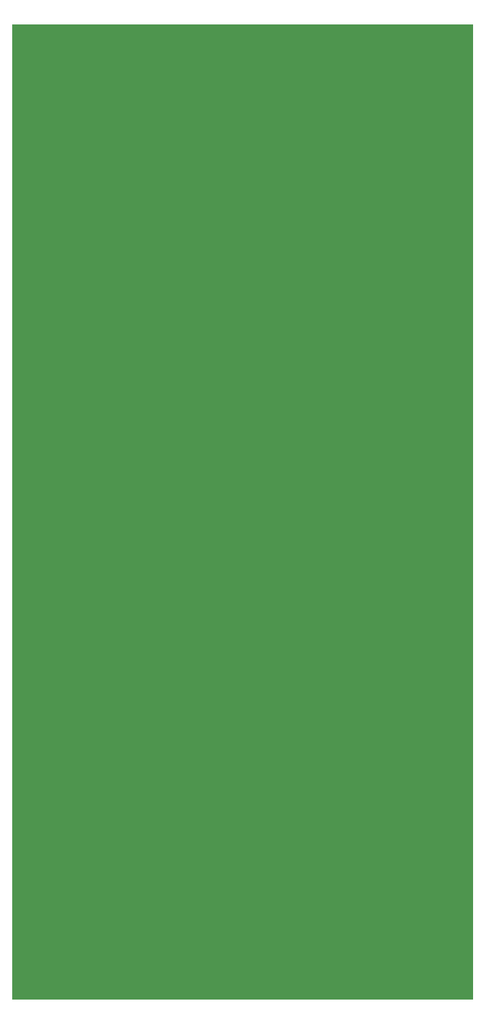
<source format=gbr>
G04 #@! TF.GenerationSoftware,KiCad,Pcbnew,(6.0.5)*
G04 #@! TF.CreationDate,2022-08-16T15:24:45+02:00*
G04 #@! TF.ProjectId,reference_front_panel,72656665-7265-46e6-9365-5f66726f6e74,rev?*
G04 #@! TF.SameCoordinates,Original*
G04 #@! TF.FileFunction,Copper,L1,Top*
G04 #@! TF.FilePolarity,Positive*
%FSLAX46Y46*%
G04 Gerber Fmt 4.6, Leading zero omitted, Abs format (unit mm)*
G04 Created by KiCad (PCBNEW (6.0.5)) date 2022-08-16 15:24:45*
%MOMM*%
%LPD*%
G01*
G04 APERTURE LIST*
G04 #@! TA.AperFunction,NonConductor*
%ADD10C,0.100000*%
G04 #@! TD*
G04 APERTURE END LIST*
D10*
X100000000Y-50000000D02*
X160620000Y-50000000D01*
X160620000Y-50000000D02*
X160620000Y-178400000D01*
X160620000Y-178400000D02*
X100000000Y-178400000D01*
X100000000Y-178400000D02*
X100000000Y-50000000D01*
G36*
X100000000Y-50000000D02*
G01*
X160620000Y-50000000D01*
X160620000Y-178400000D01*
X100000000Y-178400000D01*
X100000000Y-50000000D01*
G37*
M02*

</source>
